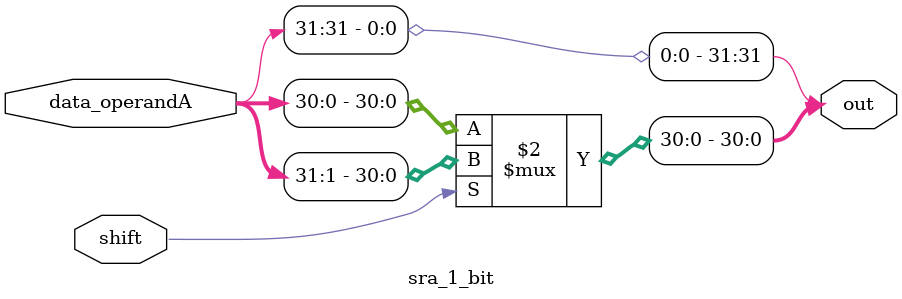
<source format=v>
module sra_1_bit (data_operandA, shift, out);
    input [31:0] data_operandA;
    input shift;
    output [31:0] out;
    
    assign out[31] = shift ? data_operandA[31] : data_operandA[31];
    assign out[30:0] = shift ? data_operandA[31:1]:data_operandA[30:0];
endmodule
</source>
